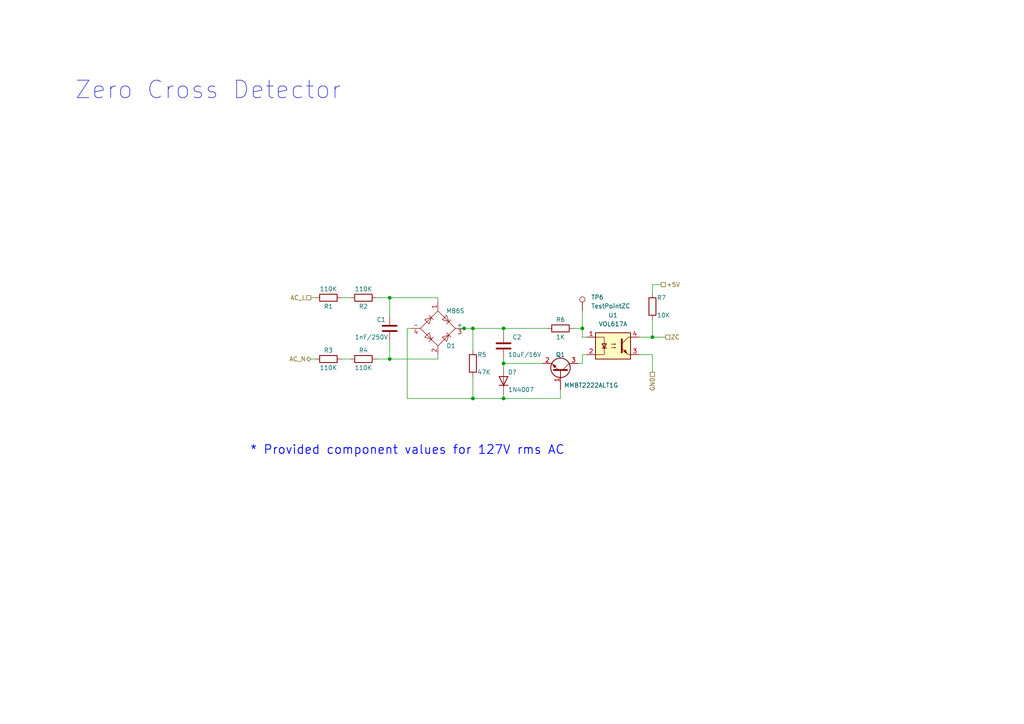
<source format=kicad_sch>
(kicad_sch (version 20230121) (generator eeschema)
  (paper "A4")
  (lib_symbols
    (symbol "0x3333:MMBT2222A" (pin_names (offset 0) hide)
      (property "Reference" "Q" (at 5.08 1.905 0))
      (property "Value" "MMBT2222A" (at 5.08 0 0))
      (symbol "MMBT2222A_0_1"
        (polyline (pts (xy 0.635 0.635) (xy 2.54 2.54)))
        (polyline (pts (xy 0.635 -0.635) (xy 2.54 -2.54) (xy 2.54 -2.54)))
        (polyline (pts (xy 0.635 1.905) (xy 0.635 -1.905) (xy 0.635 -1.905)) (stroke (width 0.508)))
        (polyline (pts (xy 1.27 -1.778) (xy 1.778 -1.27) (xy 2.286 -2.286) (xy 1.27 -1.778) (xy 1.27 -1.778)) (fill (type outline)))
        (circle (center 1.27 0) (radius 2.8194) (stroke (width 0.254)))
      )
      (symbol "MMBT2222A_1_1"
        (pin passive line (at -5.08 0 0) (length 5.715) (name "B") (number "1"))
        (pin passive line (at 2.54 -5.08 90) (length 2.54) (name "E") (number "2"))
        (pin passive line (at 2.54 5.08 270) (length 2.54) (name "C") (number "3"))
      )
    )
    (symbol "0x3333:VOL617A"
      (property "Reference" "U" (at -5.08 5.08 0))
      (property "Value" "VOL617A" (at 0 5.08 0))
      (symbol "VOL617A_0_1"
        (rectangle (start -5.08 3.81) (end 5.08 -3.81) (stroke (width 0.254)) (fill (type background)))
        (polyline (pts (xy -3.175 -0.635) (xy -1.905 -0.635)) (stroke (width 0.254)))
        (polyline (pts (xy 2.54 0.635) (xy 4.445 2.54)))
        (polyline (pts (xy 4.445 -2.54) (xy 2.54 -0.635)) (fill (type outline)))
        (polyline (pts (xy 4.445 -2.54) (xy 5.08 -2.54)))
        (polyline (pts (xy 4.445 2.54) (xy 5.08 2.54)))
        (polyline (pts (xy -2.54 -0.635) (xy -2.54 -2.54) (xy -5.08 -2.54)))
        (polyline (pts (xy 2.54 1.905) (xy 2.54 -1.905) (xy 2.54 -1.905)) (stroke (width 0.508)))
        (polyline (pts (xy -5.08 2.54) (xy -2.54 2.54) (xy -2.54 -1.27) (xy -2.54 0.635)))
        (polyline (pts (xy -2.54 -0.635) (xy -3.175 0.635) (xy -1.905 0.635) (xy -2.54 -0.635)) (stroke (width 0.254)))
        (polyline (pts (xy -0.508 -0.508) (xy 0.762 -0.508) (xy 0.381 -0.635) (xy 0.381 -0.381) (xy 0.762 -0.508)))
        (polyline (pts (xy -0.508 0.508) (xy 0.762 0.508) (xy 0.381 0.381) (xy 0.381 0.635) (xy 0.762 0.508)))
        (polyline (pts (xy 3.048 -1.651) (xy 3.556 -1.143) (xy 4.064 -2.159) (xy 3.048 -1.651) (xy 3.048 -1.651)) (fill (type outline)))
      )
      (symbol "VOL617A_1_1"
        (pin passive line (at -7.62 2.54 0) (length 2.54) (name "~") (number "1"))
        (pin passive line (at -7.62 -2.54 0) (length 2.54) (name "~") (number "2"))
        (pin passive line (at 7.62 -2.54 180) (length 2.54) (name "~") (number "3"))
        (pin passive line (at 7.62 2.54 180) (length 2.54) (name "~") (number "4"))
      )
    )
    (symbol "Connector:TestPoint" (pin_numbers hide) (pin_names (offset 0.762) hide)
      (property "Reference" "TP" (at 0 6.858 0))
      (property "Value" "TestPoint" (at 0 5.08 0))
      (symbol "TestPoint_0_1"
        (circle (center 0 3.302) (radius 0.762))
      )
      (symbol "TestPoint_1_1"
        (pin passive line (at 0 0 90) (length 2.54) (name "1") (number "1"))
      )
    )
    (symbol "Device:C" (pin_numbers hide) (pin_names (offset 0.254))
      (property "Reference" "C" (at 0.635 2.54 0))
      (property "Value" "C" (at 0.635 -2.54 0))
      (symbol "C_0_1"
        (polyline (pts (xy -2.032 -0.762) (xy 2.032 -0.762)) (stroke (width 0.508)))
        (polyline (pts (xy -2.032 0.762) (xy 2.032 0.762)) (stroke (width 0.508)))
      )
      (symbol "C_1_1"
        (pin passive line (at 0 3.81 270) (length 2.794) (name "~") (number "1"))
        (pin passive line (at 0 -3.81 90) (length 2.794) (name "~") (number "2"))
      )
    )
    (symbol "Device:R" (pin_numbers hide) (pin_names (offset 0))
      (property "Reference" "R" (at 2.032 0 90))
      (property "Value" "R" (at 0 0 90))
      (symbol "R_0_1"
        (rectangle (start -1.016 -2.54) (end 1.016 2.54) (stroke (width 0.254)))
      )
      (symbol "R_1_1"
        (pin passive line (at 0 3.81 270) (length 1.27) (name "~") (number "1"))
        (pin passive line (at 0 -3.81 90) (length 1.27) (name "~") (number "2"))
      )
    )
    (symbol "Diode:1N4007" (pin_numbers hide) (pin_names hide)
      (property "Reference" "D" (at 0 2.54 0))
      (property "Value" "1N4007" (at 0 -2.54 0))
      (symbol "1N4007_0_1"
        (polyline (pts (xy -1.27 1.27) (xy -1.27 -1.27)) (stroke (width 0.254)))
        (polyline (pts (xy 1.27 0) (xy -1.27 0)))
        (polyline (pts (xy 1.27 1.27) (xy 1.27 -1.27) (xy -1.27 0) (xy 1.27 1.27)) (stroke (width 0.254)))
      )
      (symbol "1N4007_1_1"
        (pin passive line (at -3.81 0 0) (length 2.54) (name "K") (number "1"))
        (pin passive line (at 3.81 0 180) (length 2.54) (name "A") (number "2"))
      )
    )
    (symbol "Diode_Bridge:MB6S" (pin_names (offset 0))
      (property "Reference" "D" (at 2.54 6.985 0))
      (property "Value" "MB6S" (at 2.54 5.08 0))
      (symbol "MB6S_0_1"
        (polyline (pts (xy -2.54 3.81) (xy -1.27 2.54)))
        (polyline (pts (xy -1.27 -2.54) (xy -2.54 -3.81)))
        (polyline (pts (xy 2.54 -1.27) (xy 3.81 -2.54)))
        (polyline (pts (xy 2.54 1.27) (xy 3.81 2.54)))
        (polyline (pts (xy -3.81 2.54) (xy -2.54 1.27) (xy -1.905 3.175) (xy -3.81 2.54)))
        (polyline (pts (xy -2.54 -1.27) (xy -3.81 -2.54) (xy -1.905 -3.175) (xy -2.54 -1.27)))
        (polyline (pts (xy 1.27 2.54) (xy 2.54 3.81) (xy 3.175 1.905) (xy 1.27 2.54)))
        (polyline (pts (xy 3.175 -1.905) (xy 1.27 -2.54) (xy 2.54 -3.81) (xy 3.175 -1.905)))
        (polyline (pts (xy -5.08 0) (xy 0 -5.08) (xy 5.08 0) (xy 0 5.08) (xy -5.08 0)))
      )
      (symbol "MB6S_1_1"
        (pin passive line (at 0 -7.62 90) (length 2.54) (name "~") (number "1"))
        (pin passive line (at 0 7.62 270) (length 2.54) (name "~") (number "2"))
        (pin passive line (at 7.62 0 180) (length 2.54) (name "+") (number "3"))
        (pin passive line (at -7.62 0 0) (length 2.54) (name "-") (number "4"))
      )
    )
  )
  (junction (at 189.23 97.79))
  (junction (at 146.05 115.57))
  (junction (at 146.05 105.41))
  (junction (at 137.16 95.25))
  (junction (at 134.62 95.25))
  (junction (at 113.03 104.14))
  (junction (at 168.91 95.25))
  (junction (at 146.05 95.25))
  (junction (at 113.03 86.36))
  (junction (at 137.16 115.57))
  (wire (pts (xy 90.17 86.36) (xy 91.44 86.36)))
  (wire (pts (xy 109.22 86.36) (xy 113.03 86.36)))
  (wire (pts (xy 109.22 104.14) (xy 113.03 104.14)))
  (wire (pts (xy 162.56 113.03) (xy 162.56 115.57)))
  (wire (pts (xy 146.05 115.57) (xy 162.56 115.57)))
  (wire (pts (xy 127 87.63) (xy 127 86.36)))
  (wire (pts (xy 134.62 95.25) (xy 137.16 95.25)))
  (wire (pts (xy 191.77 82.55) (xy 189.23 82.55)))
  (wire (pts (xy 113.03 86.36) (xy 127 86.36)))
  (wire (pts (xy 146.05 114.3) (xy 146.05 115.57)))
  (wire (pts (xy 137.16 95.25) (xy 146.05 95.25)))
  (wire (pts (xy 168.91 102.87) (xy 170.18 102.87)))
  (wire (pts (xy 133.35 95.25) (xy 134.62 95.25)))
  (wire (pts (xy 146.05 104.14) (xy 146.05 105.41)))
  (wire (pts (xy 118.11 115.57) (xy 137.16 115.57)))
  (wire (pts (xy 99.06 86.36) (xy 101.6 86.36)))
  (wire (pts (xy 168.91 95.25) (xy 168.91 97.79)))
  (wire (pts (xy 137.16 101.6) (xy 137.16 95.25)))
  (wire (pts (xy 146.05 95.25) (xy 158.75 95.25)))
  (wire (pts (xy 185.42 97.79) (xy 189.23 97.79)))
  (wire (pts (xy 113.03 86.36) (xy 113.03 91.44)))
  (wire (pts (xy 167.64 105.41) (xy 168.91 105.41)))
  (wire (pts (xy 90.17 104.14) (xy 91.44 104.14)))
  (wire (pts (xy 146.05 105.41) (xy 146.05 106.68)))
  (wire (pts (xy 113.03 99.06) (xy 113.03 104.14)))
  (wire (pts (xy 118.11 95.25) (xy 118.11 115.57)))
  (wire (pts (xy 189.23 97.79) (xy 193.04 97.79)))
  (wire (pts (xy 168.91 105.41) (xy 168.91 102.87)))
  (wire (pts (xy 113.03 104.14) (xy 127 104.14)))
  (wire (pts (xy 137.16 109.22) (xy 137.16 115.57)))
  (wire (pts (xy 119.38 95.25) (xy 118.11 95.25)))
  (wire (pts (xy 189.23 82.55) (xy 189.23 85.09)))
  (wire (pts (xy 166.37 95.25) (xy 168.91 95.25)))
  (wire (pts (xy 189.23 92.71) (xy 189.23 97.79)))
  (wire (pts (xy 99.06 104.14) (xy 101.6 104.14)))
  (wire (pts (xy 168.91 90.17) (xy 168.91 95.25)))
  (wire (pts (xy 146.05 96.52) (xy 146.05 95.25)))
  (wire (pts (xy 185.42 102.87) (xy 189.23 102.87)))
  (wire (pts (xy 189.23 102.87) (xy 189.23 107.95)))
  (wire (pts (xy 168.91 97.79) (xy 170.18 97.79)))
  (wire (pts (xy 127 102.87) (xy 127 104.14)))
  (wire (pts (xy 146.05 105.41) (xy 157.48 105.41)))
  (wire (pts (xy 146.05 115.57) (xy 137.16 115.57)))
  (text "* Provided component values for 127V rms AC" (at 163.83 132.08 0) (effects (font (size 2.54 2.54) (thickness 0.254) bold) (justify right bottom)))
  (text "Zero Cross Detector" (at 21.59 29.21 0) (effects (font (size 5.08 5.08)) (justify left bottom)))
  (hierarchical_label "AC_N" (shape bidirectional) (at 90.17 104.14 180))
  (hierarchical_label "AC_L" (shape passive) (at 90.17 86.36 180))
  (hierarchical_label "ZC" (shape passive) (at 193.04 97.79 0))
  (hierarchical_label "+5V" (shape passive) (at 191.77 82.55 0))
  (hierarchical_label "GND" (shape passive) (at 189.23 107.95 270))
  (symbol (lib_id "Device:R") (at 105.41 86.36 90) (unit 1)
    (property "Reference" "R2" (at 105.41 88.9 90))
    (property "Value" "110K" (at 105.41 83.82 90))
    (property "Footprint" "Resistor_SMD:R_1206_3216Metric" (effects hide))
    (property "LCSC" "C130275" (effects hide))
    (instances (project "Rev1" (path "" (reference "R2") (unit 1)) (path "" (reference "R3") (unit 1))))
  )
  (symbol (lib_id "0x3333:VOL617A") (at 177.8 100.33 0) (unit 1)
    (property "Reference" "U1" (at 177.8 91.44 0))
    (property "Value" "VOL617A" (at 177.8 93.98 0))
    (property "Footprint" "0x3333:WLSOP-4" (effects hide))
    (property "Datasheet" "https://datasheet.lcsc.com/lcsc/1806030430_Vishay-Intertech-VOL617A-3X001T_C141610.pdf" (effects hide))
    (property "LCSC" "C144867" (effects hide))
  )
  (symbol (lib_id "Device:R") (at 95.25 86.36 90) (unit 1)
    (property "Reference" "R1" (at 95.25 88.9 90))
    (property "Value" "110K" (at 95.25 83.82 90))
    (property "Footprint" "Resistor_SMD:R_1206_3216Metric" (effects hide))
    (property "LCSC" "C130275" (effects hide))
  )
  (symbol (lib_id "Diode_Bridge:MB6S") (at 127 95.25 0) (mirror x) (unit 1)
    (property "Reference" "D1" (at 130.81 100.33 0))
    (property "Value" "MB6S" (at 132.08 90.17 0))
    (property "Footprint" "Package_TO_SOT_SMD:TO-269AA" (effects hide))
    (property "Datasheet" "http://www.vishay.com/docs/88573/dfs.pdf" (effects hide))
    (property "LCSC" "C2487" (effects hide))
  )
  (symbol (lib_id "Device:R") (at 162.56 95.25 90) (unit 1)
    (property "Reference" "R6" (at 162.56 92.71 90))
    (property "Value" "1K" (at 162.56 97.79 90))
    (property "Footprint" "Resistor_SMD:R_0805_2012Metric" (effects hide))
    (property "LCSC" "C95781" (effects hide))
  )
  (symbol (lib_id "Device:R") (at 137.16 105.41 180) (unit 1)
    (property "Reference" "R5" (at 138.43 102.87 0) (effects (justify right)))
    (property "Value" "47K" (at 138.43 107.95 0) (effects (justify right)))
    (property "Footprint" "Resistor_SMD:R_0805_2012Metric" (effects hide))
    (property "LCSC" "C17713" (effects hide))
  )
  (symbol (lib_id "Device:R") (at 95.25 104.14 90) (unit 1)
    (property "Reference" "R3" (at 95.25 101.6 90))
    (property "Value" "110K" (at 95.25 106.68 90))
    (property "Footprint" "Resistor_SMD:R_1206_3216Metric" (effects hide))
    (property "LCSC" "C130275" (effects hide))
    (instances (project "Rev1" (path "" (reference "R3") (unit 1)) (path "" (reference "R2") (unit 1))))
  )
  (symbol (lib_id "Device:C") (at 113.03 95.25 0) (unit 1)
    (property "Reference" "C1" (at 109.22 92.71 0) (effects (justify left)))
    (property "Value" "1nF/250V" (at 102.87 97.79 0) (effects (justify left)))
    (property "Footprint" "Capacitor_SMD:C_0805_2012Metric" (effects hide))
    (property "LCSC" "C129637" (effects hide))
  )
  (symbol (lib_id "Device:R") (at 105.41 104.14 90) (unit 1)
    (property "Reference" "R4" (at 105.41 101.6 90))
    (property "Value" "110K" (at 105.41 106.68 90))
    (property "Footprint" "Resistor_SMD:R_1206_3216Metric" (effects hide))
    (property "LCSC" "C130275" (effects hide))
  )
  (symbol (lib_id "Device:C") (at 146.05 100.33 0) (unit 1)
    (property "Reference" "C2" (at 148.59 97.79 0) (effects (justify left)))
    (property "Value" "10uF/16V" (at 147.32 102.87 0) (effects (justify left)))
    (property "Footprint" "Capacitor_SMD:C_0805_2012Metric" (effects hide))
    (property "LCSC" "C408141" (effects hide))
  )
  (symbol (lib_id "0x3333:MMBT2222A") (at 162.56 107.95 270) (mirror x) (unit 1)
    (property "Reference" "Q1" (at 162.56 102.87 90))
    (property "Value" "MMBT2222ALT1G" (at 171.45 111.76 90))
    (property "Footprint" "Package_TO_SOT_SMD:SOT-23" (effects hide))
    (property "Datasheet" "https://www.diodes.com/assets/Datasheets/ds30041.pdf" (effects hide))
    (property "LCSC" "C82460" (effects hide))
  )
  (symbol (lib_id "Device:R") (at 189.23 88.9 180) (unit 1)
    (property "Reference" "R7" (at 190.5 86.36 0) (effects (justify right)))
    (property "Value" "10K" (at 190.5 91.44 0) (effects (justify right)))
    (property "Footprint" "Resistor_SMD:R_0805_2012Metric" (effects hide))
    (property "LCSC" "C84376" (effects hide))
  )
  (symbol (lib_id "Connector:TestPoint") (at 168.91 90.17 0) (unit 1)
    (property "Reference" "TP6" (at 171.45 86.233 0) (effects (justify left)))
    (property "Value" "TestPointZC" (at 171.45 88.773 0) (effects (justify left)))
    (property "Footprint" "TestPoint:TestPoint_THTPad_D2.0mm_Drill1.0mm" (effects hide))
    (instances (project "Rev1" (path "" (reference "TP6") (unit 1)) (path "" (reference "TP7") (unit 1))))
  )
  (symbol (lib_id "Diode:1N4007") (at 146.05 110.49 270) (mirror x) (unit 1)
    (property "Reference" "D?" (at 149.86 107.95 90) (effects (justify right)))
    (property "Value" "1N4007" (at 154.94 113.03 90) (effects (justify right)))
    (property "Footprint" "Diode_SMD:D_SMA" (effects hide))
    (property "Datasheet" "https://datasheet.lcsc.com/lcsc/2008281133_TWGMC-1N4007_C727081.pdf" (effects hide))
    (property "LCSC" "C727081" (effects hide))
    (instances (project "Rev1" (path "" (reference "D?") (unit 1)) (path "" (reference "D4") (unit 1)) (path "" (reference "D9") (unit 1)) (path "" (reference "D14") (unit 1)) (path "" (reference "D19") (unit 1)) (path "" (reference "D25") (unit 1)) (path "" (reference "D2") (unit 1))))
  )
)
</source>
